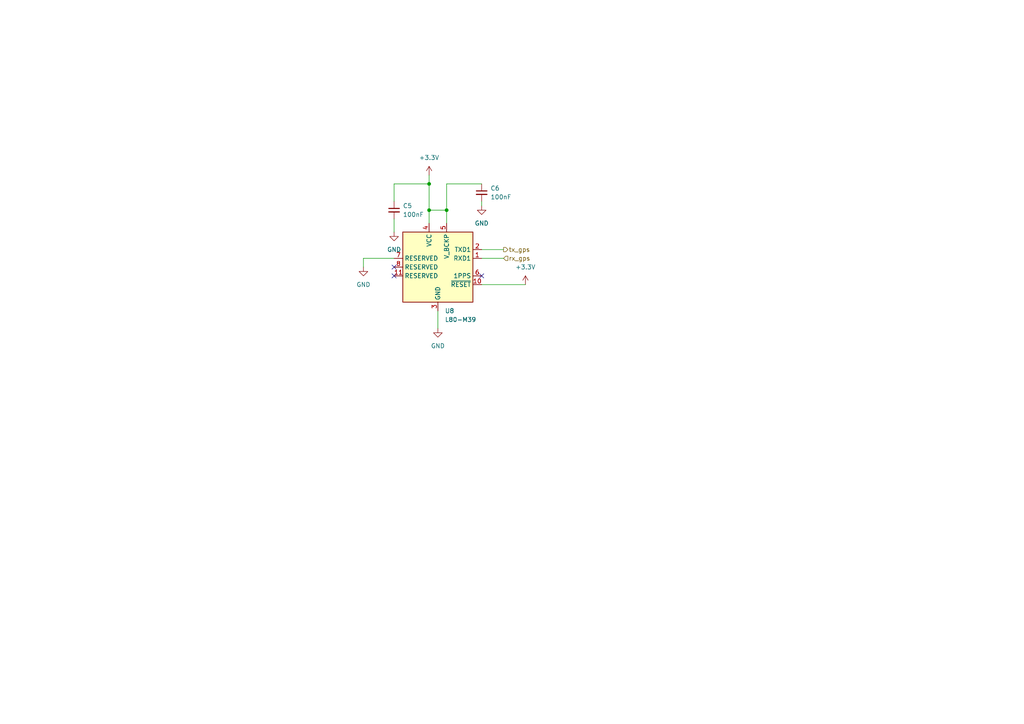
<source format=kicad_sch>
(kicad_sch (version 20211123) (generator eeschema)

  (uuid adc56b90-23c5-4132-880e-15d702c52477)

  (paper "A4")

  (lib_symbols
    (symbol "Device:C_Small" (pin_numbers hide) (pin_names (offset 0.254) hide) (in_bom yes) (on_board yes)
      (property "Reference" "C" (id 0) (at 0.254 1.778 0)
        (effects (font (size 1.27 1.27)) (justify left))
      )
      (property "Value" "C_Small" (id 1) (at 0.254 -2.032 0)
        (effects (font (size 1.27 1.27)) (justify left))
      )
      (property "Footprint" "" (id 2) (at 0 0 0)
        (effects (font (size 1.27 1.27)) hide)
      )
      (property "Datasheet" "~" (id 3) (at 0 0 0)
        (effects (font (size 1.27 1.27)) hide)
      )
      (property "ki_keywords" "capacitor cap" (id 4) (at 0 0 0)
        (effects (font (size 1.27 1.27)) hide)
      )
      (property "ki_description" "Unpolarized capacitor, small symbol" (id 5) (at 0 0 0)
        (effects (font (size 1.27 1.27)) hide)
      )
      (property "ki_fp_filters" "C_*" (id 6) (at 0 0 0)
        (effects (font (size 1.27 1.27)) hide)
      )
      (symbol "C_Small_0_1"
        (polyline
          (pts
            (xy -1.524 -0.508)
            (xy 1.524 -0.508)
          )
          (stroke (width 0.3302) (type default) (color 0 0 0 0))
          (fill (type none))
        )
        (polyline
          (pts
            (xy -1.524 0.508)
            (xy 1.524 0.508)
          )
          (stroke (width 0.3048) (type default) (color 0 0 0 0))
          (fill (type none))
        )
      )
      (symbol "C_Small_1_1"
        (pin passive line (at 0 2.54 270) (length 2.032)
          (name "~" (effects (font (size 1.27 1.27))))
          (number "1" (effects (font (size 1.27 1.27))))
        )
        (pin passive line (at 0 -2.54 90) (length 2.032)
          (name "~" (effects (font (size 1.27 1.27))))
          (number "2" (effects (font (size 1.27 1.27))))
        )
      )
    )
    (symbol "RF_GPS:L80-R" (in_bom yes) (on_board yes)
      (property "Reference" "U" (id 0) (at -10.16 11.43 0)
        (effects (font (size 1.27 1.27)) (justify left))
      )
      (property "Value" "L80-R" (id 1) (at 10.16 11.43 0)
        (effects (font (size 1.27 1.27)) (justify right))
      )
      (property "Footprint" "RF_GPS:Quectel_L80-R" (id 2) (at 0 -22.86 0)
        (effects (font (size 1.27 1.27)) hide)
      )
      (property "Datasheet" "https://www.quectel.com/UploadImage/Downlad/Quectel_L80-R_Hardware_Design_V1.2.pdf" (id 3) (at 0 0 0)
        (effects (font (size 1.27 1.27)) hide)
      )
      (property "ki_keywords" "quectel GPS GNSS module" (id 4) (at 0 0 0)
        (effects (font (size 1.27 1.27)) hide)
      )
      (property "ki_description" "Quectel GPS Module" (id 5) (at 0 0 0)
        (effects (font (size 1.27 1.27)) hide)
      )
      (property "ki_fp_filters" "Quectel*L80*R*" (id 6) (at 0 0 0)
        (effects (font (size 1.27 1.27)) hide)
      )
      (symbol "L80-R_0_1"
        (rectangle (start -10.16 10.16) (end 10.16 -10.16)
          (stroke (width 0.254) (type default) (color 0 0 0 0))
          (fill (type background))
        )
      )
      (symbol "L80-R_1_1"
        (pin input line (at 12.7 2.54 180) (length 2.54)
          (name "RXD1" (effects (font (size 1.27 1.27))))
          (number "1" (effects (font (size 1.27 1.27))))
        )
        (pin input line (at 12.7 -5.08 180) (length 2.54)
          (name "~{RESET}" (effects (font (size 1.27 1.27))))
          (number "10" (effects (font (size 1.27 1.27))))
        )
        (pin passive line (at -12.7 -2.54 0) (length 2.54)
          (name "RESERVED" (effects (font (size 1.27 1.27))))
          (number "11" (effects (font (size 1.27 1.27))))
        )
        (pin passive line (at 0 -12.7 90) (length 2.54) hide
          (name "GND" (effects (font (size 1.27 1.27))))
          (number "12" (effects (font (size 1.27 1.27))))
        )
        (pin output line (at 12.7 5.08 180) (length 2.54)
          (name "TXD1" (effects (font (size 1.27 1.27))))
          (number "2" (effects (font (size 1.27 1.27))))
        )
        (pin power_in line (at 0 -12.7 90) (length 2.54)
          (name "GND" (effects (font (size 1.27 1.27))))
          (number "3" (effects (font (size 1.27 1.27))))
        )
        (pin power_in line (at -2.54 12.7 270) (length 2.54)
          (name "VCC" (effects (font (size 1.27 1.27))))
          (number "4" (effects (font (size 1.27 1.27))))
        )
        (pin power_in line (at 2.54 12.7 270) (length 2.54)
          (name "V_BCKP" (effects (font (size 1.27 1.27))))
          (number "5" (effects (font (size 1.27 1.27))))
        )
        (pin output line (at 12.7 -2.54 180) (length 2.54)
          (name "1PPS" (effects (font (size 1.27 1.27))))
          (number "6" (effects (font (size 1.27 1.27))))
        )
        (pin passive line (at -12.7 2.54 0) (length 2.54)
          (name "RESERVED" (effects (font (size 1.27 1.27))))
          (number "7" (effects (font (size 1.27 1.27))))
        )
        (pin passive line (at -12.7 0 0) (length 2.54)
          (name "RESERVED" (effects (font (size 1.27 1.27))))
          (number "8" (effects (font (size 1.27 1.27))))
        )
        (pin no_connect line (at 10.16 0 180) (length 2.54) hide
          (name "NC" (effects (font (size 1.27 1.27))))
          (number "9" (effects (font (size 1.27 1.27))))
        )
      )
    )
    (symbol "power:+3.3V" (power) (pin_names (offset 0)) (in_bom yes) (on_board yes)
      (property "Reference" "#PWR" (id 0) (at 0 -3.81 0)
        (effects (font (size 1.27 1.27)) hide)
      )
      (property "Value" "+3.3V" (id 1) (at 0 3.556 0)
        (effects (font (size 1.27 1.27)))
      )
      (property "Footprint" "" (id 2) (at 0 0 0)
        (effects (font (size 1.27 1.27)) hide)
      )
      (property "Datasheet" "" (id 3) (at 0 0 0)
        (effects (font (size 1.27 1.27)) hide)
      )
      (property "ki_keywords" "power-flag" (id 4) (at 0 0 0)
        (effects (font (size 1.27 1.27)) hide)
      )
      (property "ki_description" "Power symbol creates a global label with name \"+3.3V\"" (id 5) (at 0 0 0)
        (effects (font (size 1.27 1.27)) hide)
      )
      (symbol "+3.3V_0_1"
        (polyline
          (pts
            (xy -0.762 1.27)
            (xy 0 2.54)
          )
          (stroke (width 0) (type default) (color 0 0 0 0))
          (fill (type none))
        )
        (polyline
          (pts
            (xy 0 0)
            (xy 0 2.54)
          )
          (stroke (width 0) (type default) (color 0 0 0 0))
          (fill (type none))
        )
        (polyline
          (pts
            (xy 0 2.54)
            (xy 0.762 1.27)
          )
          (stroke (width 0) (type default) (color 0 0 0 0))
          (fill (type none))
        )
      )
      (symbol "+3.3V_1_1"
        (pin power_in line (at 0 0 90) (length 0) hide
          (name "+3.3V" (effects (font (size 1.27 1.27))))
          (number "1" (effects (font (size 1.27 1.27))))
        )
      )
    )
    (symbol "power:GND" (power) (pin_names (offset 0)) (in_bom yes) (on_board yes)
      (property "Reference" "#PWR" (id 0) (at 0 -6.35 0)
        (effects (font (size 1.27 1.27)) hide)
      )
      (property "Value" "GND" (id 1) (at 0 -3.81 0)
        (effects (font (size 1.27 1.27)))
      )
      (property "Footprint" "" (id 2) (at 0 0 0)
        (effects (font (size 1.27 1.27)) hide)
      )
      (property "Datasheet" "" (id 3) (at 0 0 0)
        (effects (font (size 1.27 1.27)) hide)
      )
      (property "ki_keywords" "power-flag" (id 4) (at 0 0 0)
        (effects (font (size 1.27 1.27)) hide)
      )
      (property "ki_description" "Power symbol creates a global label with name \"GND\" , ground" (id 5) (at 0 0 0)
        (effects (font (size 1.27 1.27)) hide)
      )
      (symbol "GND_0_1"
        (polyline
          (pts
            (xy 0 0)
            (xy 0 -1.27)
            (xy 1.27 -1.27)
            (xy 0 -2.54)
            (xy -1.27 -1.27)
            (xy 0 -1.27)
          )
          (stroke (width 0) (type default) (color 0 0 0 0))
          (fill (type none))
        )
      )
      (symbol "GND_1_1"
        (pin power_in line (at 0 0 270) (length 0) hide
          (name "GND" (effects (font (size 1.27 1.27))))
          (number "1" (effects (font (size 1.27 1.27))))
        )
      )
    )
  )

  (junction (at 124.46 60.96) (diameter 0) (color 0 0 0 0)
    (uuid 18eac7c7-cb68-47ae-9a53-7d7b8276cbfe)
  )
  (junction (at 129.54 60.96) (diameter 0) (color 0 0 0 0)
    (uuid 989c38d1-7b67-4632-957c-0abd138af0fd)
  )
  (junction (at 124.46 53.34) (diameter 0) (color 0 0 0 0)
    (uuid e2074467-c158-4844-bbeb-a7bd1ae157b0)
  )

  (no_connect (at 114.3 80.01) (uuid 262ea6c6-dfbf-4e31-9e78-4d223c41e540))
  (no_connect (at 139.7 80.01) (uuid 4ec34c27-ee08-4283-9565-85011218b15b))
  (no_connect (at 114.3 77.47) (uuid a50820e1-c3fc-4612-b30e-5ff637f50343))

  (wire (pts (xy 114.3 53.34) (xy 124.46 53.34))
    (stroke (width 0) (type default) (color 0 0 0 0))
    (uuid 1cc06321-14eb-4a12-a1cd-f81aac513d59)
  )
  (wire (pts (xy 114.3 63.5) (xy 114.3 67.31))
    (stroke (width 0) (type default) (color 0 0 0 0))
    (uuid 1ff8b663-ac64-49b2-9d71-501432bfabb3)
  )
  (wire (pts (xy 114.3 74.93) (xy 105.41 74.93))
    (stroke (width 0) (type default) (color 0 0 0 0))
    (uuid 272cfbb8-016c-487e-abd8-2b9dd3234421)
  )
  (wire (pts (xy 139.7 53.34) (xy 129.54 53.34))
    (stroke (width 0) (type default) (color 0 0 0 0))
    (uuid 3a1cdfe5-756d-4983-bf0e-20f20db0cce7)
  )
  (wire (pts (xy 124.46 53.34) (xy 124.46 60.96))
    (stroke (width 0) (type default) (color 0 0 0 0))
    (uuid 3b5b7f70-0f13-4a2b-8c9d-ed16ac094c00)
  )
  (wire (pts (xy 127 90.17) (xy 127 95.25))
    (stroke (width 0) (type default) (color 0 0 0 0))
    (uuid 4f2d2855-ce72-4430-8ae1-9f264a0dce43)
  )
  (wire (pts (xy 129.54 53.34) (xy 129.54 60.96))
    (stroke (width 0) (type default) (color 0 0 0 0))
    (uuid 6f544439-5b4d-4026-9dee-752a53b4b6f1)
  )
  (wire (pts (xy 139.7 72.39) (xy 146.05 72.39))
    (stroke (width 0) (type default) (color 0 0 0 0))
    (uuid 74609a2a-23e7-4618-b5a6-02604b11dc4a)
  )
  (wire (pts (xy 124.46 60.96) (xy 124.46 64.77))
    (stroke (width 0) (type default) (color 0 0 0 0))
    (uuid 8db56765-2441-438d-a8c8-58a4f4cab77b)
  )
  (wire (pts (xy 139.7 74.93) (xy 146.05 74.93))
    (stroke (width 0) (type default) (color 0 0 0 0))
    (uuid 90c59bb4-6351-4c34-adc6-3e69b8702254)
  )
  (wire (pts (xy 124.46 60.96) (xy 129.54 60.96))
    (stroke (width 0) (type default) (color 0 0 0 0))
    (uuid bacb5176-47c1-40cb-8751-9985d1ba2b91)
  )
  (wire (pts (xy 139.7 82.55) (xy 152.4 82.55))
    (stroke (width 0) (type default) (color 0 0 0 0))
    (uuid be0f95d7-b5c7-4095-9820-9fdbafee9999)
  )
  (wire (pts (xy 105.41 74.93) (xy 105.41 77.47))
    (stroke (width 0) (type default) (color 0 0 0 0))
    (uuid c10e5751-e29c-4bdf-b878-13f1232aac21)
  )
  (wire (pts (xy 129.54 60.96) (xy 129.54 64.77))
    (stroke (width 0) (type default) (color 0 0 0 0))
    (uuid d46274e6-4809-44aa-a0dc-e01cde74706b)
  )
  (wire (pts (xy 124.46 50.8) (xy 124.46 53.34))
    (stroke (width 0) (type default) (color 0 0 0 0))
    (uuid d7374a73-30cb-4788-a083-3f205a095708)
  )
  (wire (pts (xy 139.7 58.42) (xy 139.7 59.69))
    (stroke (width 0) (type default) (color 0 0 0 0))
    (uuid ee61fdf7-d229-48b6-afa9-e6774b458b7e)
  )
  (wire (pts (xy 114.3 58.42) (xy 114.3 53.34))
    (stroke (width 0) (type default) (color 0 0 0 0))
    (uuid fb93bb4f-d2e2-464a-9d47-3c4cdff1d614)
  )

  (hierarchical_label "rx_gps" (shape input) (at 146.05 74.93 0)
    (effects (font (size 1.27 1.27)) (justify left))
    (uuid 190dba69-01ef-4122-bd94-725b42f90fa2)
  )
  (hierarchical_label "tx_gps" (shape output) (at 146.05 72.39 0)
    (effects (font (size 1.27 1.27)) (justify left))
    (uuid ed39e19e-1fce-45b7-9831-667ad12a45ce)
  )

  (symbol (lib_id "power:GND") (at 105.41 77.47 0) (unit 1)
    (in_bom yes) (on_board yes) (fields_autoplaced)
    (uuid 0a44785f-2110-412d-96eb-6722a7a5ab1f)
    (property "Reference" "#PWR0120" (id 0) (at 105.41 83.82 0)
      (effects (font (size 1.27 1.27)) hide)
    )
    (property "Value" "GND" (id 1) (at 105.41 82.55 0))
    (property "Footprint" "" (id 2) (at 105.41 77.47 0)
      (effects (font (size 1.27 1.27)) hide)
    )
    (property "Datasheet" "" (id 3) (at 105.41 77.47 0)
      (effects (font (size 1.27 1.27)) hide)
    )
    (pin "1" (uuid b19e1453-188d-45c9-abd1-dc09d3a9599e))
  )

  (symbol (lib_id "power:+3.3V") (at 152.4 82.55 0) (unit 1)
    (in_bom yes) (on_board yes) (fields_autoplaced)
    (uuid 10b923c3-065c-4023-9bbc-30cd7bf2354c)
    (property "Reference" "#PWR0117" (id 0) (at 152.4 86.36 0)
      (effects (font (size 1.27 1.27)) hide)
    )
    (property "Value" "+3.3V" (id 1) (at 152.4 77.47 0))
    (property "Footprint" "" (id 2) (at 152.4 82.55 0)
      (effects (font (size 1.27 1.27)) hide)
    )
    (property "Datasheet" "" (id 3) (at 152.4 82.55 0)
      (effects (font (size 1.27 1.27)) hide)
    )
    (pin "1" (uuid 252393a6-9451-4fe9-8775-404634244c08))
  )

  (symbol (lib_id "power:+3.3V") (at 124.46 50.8 0) (unit 1)
    (in_bom yes) (on_board yes) (fields_autoplaced)
    (uuid 1ee81a30-611e-4380-9177-1ef7628139f5)
    (property "Reference" "#PWR0121" (id 0) (at 124.46 54.61 0)
      (effects (font (size 1.27 1.27)) hide)
    )
    (property "Value" "+3.3V" (id 1) (at 124.46 45.72 0))
    (property "Footprint" "" (id 2) (at 124.46 50.8 0)
      (effects (font (size 1.27 1.27)) hide)
    )
    (property "Datasheet" "" (id 3) (at 124.46 50.8 0)
      (effects (font (size 1.27 1.27)) hide)
    )
    (pin "1" (uuid 38695acc-c713-44ee-950c-42c4b70f552f))
  )

  (symbol (lib_id "power:GND") (at 114.3 67.31 0) (unit 1)
    (in_bom yes) (on_board yes) (fields_autoplaced)
    (uuid 3e0f4f79-4856-4617-b244-84c8dc7f82b6)
    (property "Reference" "#PWR0119" (id 0) (at 114.3 73.66 0)
      (effects (font (size 1.27 1.27)) hide)
    )
    (property "Value" "GND" (id 1) (at 114.3 72.39 0))
    (property "Footprint" "" (id 2) (at 114.3 67.31 0)
      (effects (font (size 1.27 1.27)) hide)
    )
    (property "Datasheet" "" (id 3) (at 114.3 67.31 0)
      (effects (font (size 1.27 1.27)) hide)
    )
    (pin "1" (uuid 3d632bf8-1ccc-41db-8c3e-b4ed0d13bab6))
  )

  (symbol (lib_id "power:GND") (at 127 95.25 0) (unit 1)
    (in_bom yes) (on_board yes) (fields_autoplaced)
    (uuid 4a1d957d-a892-401c-acb1-232be5e47fcd)
    (property "Reference" "#PWR0118" (id 0) (at 127 101.6 0)
      (effects (font (size 1.27 1.27)) hide)
    )
    (property "Value" "GND" (id 1) (at 127 100.33 0))
    (property "Footprint" "" (id 2) (at 127 95.25 0)
      (effects (font (size 1.27 1.27)) hide)
    )
    (property "Datasheet" "" (id 3) (at 127 95.25 0)
      (effects (font (size 1.27 1.27)) hide)
    )
    (pin "1" (uuid 1969cc47-479b-45a1-9e25-ffbda3128b02))
  )

  (symbol (lib_id "power:GND") (at 139.7 59.69 0) (unit 1)
    (in_bom yes) (on_board yes) (fields_autoplaced)
    (uuid 6176477c-2d79-4b1c-bbc1-9ffbe420b03a)
    (property "Reference" "#PWR0116" (id 0) (at 139.7 66.04 0)
      (effects (font (size 1.27 1.27)) hide)
    )
    (property "Value" "GND" (id 1) (at 139.7 64.77 0))
    (property "Footprint" "" (id 2) (at 139.7 59.69 0)
      (effects (font (size 1.27 1.27)) hide)
    )
    (property "Datasheet" "" (id 3) (at 139.7 59.69 0)
      (effects (font (size 1.27 1.27)) hide)
    )
    (pin "1" (uuid b5afd424-6853-4f12-846e-da03aa461e01))
  )

  (symbol (lib_id "RF_GPS:L80-R") (at 127 77.47 0) (unit 1)
    (in_bom yes) (on_board yes) (fields_autoplaced)
    (uuid 712bd423-afa1-4088-9564-2d6002f8925c)
    (property "Reference" "U8" (id 0) (at 129.0194 90.17 0)
      (effects (font (size 1.27 1.27)) (justify left))
    )
    (property "Value" "L80-M39" (id 1) (at 129.0194 92.71 0)
      (effects (font (size 1.27 1.27)) (justify left))
    )
    (property "Footprint" "Components:Quectel_L80-R" (id 2) (at 127 100.33 0)
      (effects (font (size 1.27 1.27)) hide)
    )
    (property "Datasheet" "https://www.quectel.com/UploadImage/Downlad/Quectel_L80-R_Hardware_Design_V1.2.pdf" (id 3) (at 127 77.47 0)
      (effects (font (size 1.27 1.27)) hide)
    )
    (pin "1" (uuid b93eeef0-88a9-4490-98bd-b69fedc16dd7))
    (pin "10" (uuid b0251340-745b-4624-a674-d4158f661099))
    (pin "11" (uuid 1f6e3891-1356-4292-894f-ae2ee9106d20))
    (pin "12" (uuid 840bd2f0-70d4-49e2-b7d2-cb309b439f46))
    (pin "2" (uuid 08459150-6b3a-45b4-8d59-64c1061525f0))
    (pin "3" (uuid 1641f9f1-d748-4cd8-9b96-a5f94a36224a))
    (pin "4" (uuid 44264721-3cef-4ece-8cd8-02ecee1809a6))
    (pin "5" (uuid f78bdca9-2005-419e-a870-369f5c6faaaf))
    (pin "6" (uuid c80ebf30-1a6e-46e5-a530-3f9ab626a193))
    (pin "7" (uuid 440f2809-5fb0-47de-b611-719b53aea600))
    (pin "8" (uuid 028037ab-b5d2-446f-8497-e0cae233e7de))
    (pin "9" (uuid 84ebcc11-85ce-41df-ae62-0cffa58f8f79))
  )

  (symbol (lib_id "Device:C_Small") (at 139.7 55.88 0) (unit 1)
    (in_bom yes) (on_board yes) (fields_autoplaced)
    (uuid c7486b49-222d-4ef7-a3f0-5af8a9deef3b)
    (property "Reference" "C6" (id 0) (at 142.24 54.6162 0)
      (effects (font (size 1.27 1.27)) (justify left))
    )
    (property "Value" "100nF" (id 1) (at 142.24 57.1562 0)
      (effects (font (size 1.27 1.27)) (justify left))
    )
    (property "Footprint" "Capacitor_SMD:C_0603_1608Metric" (id 2) (at 139.7 55.88 0)
      (effects (font (size 1.27 1.27)) hide)
    )
    (property "Datasheet" "~" (id 3) (at 139.7 55.88 0)
      (effects (font (size 1.27 1.27)) hide)
    )
    (pin "1" (uuid b50641d6-04e5-4265-af0a-1b570046c4e3))
    (pin "2" (uuid e284ed4d-2183-4842-832f-2a44c749587d))
  )

  (symbol (lib_id "Device:C_Small") (at 114.3 60.96 0) (unit 1)
    (in_bom yes) (on_board yes) (fields_autoplaced)
    (uuid f1b67ddc-4030-472b-9ff4-81aff1b95ef0)
    (property "Reference" "C5" (id 0) (at 116.84 59.6962 0)
      (effects (font (size 1.27 1.27)) (justify left))
    )
    (property "Value" "100nF" (id 1) (at 116.84 62.2362 0)
      (effects (font (size 1.27 1.27)) (justify left))
    )
    (property "Footprint" "Capacitor_SMD:C_0603_1608Metric" (id 2) (at 114.3 60.96 0)
      (effects (font (size 1.27 1.27)) hide)
    )
    (property "Datasheet" "~" (id 3) (at 114.3 60.96 0)
      (effects (font (size 1.27 1.27)) hide)
    )
    (pin "1" (uuid a72cf881-4579-4d18-85b3-82db69a420e9))
    (pin "2" (uuid 8bb8454f-e9bb-41a1-821b-0441b9abbbe1))
  )
)

</source>
